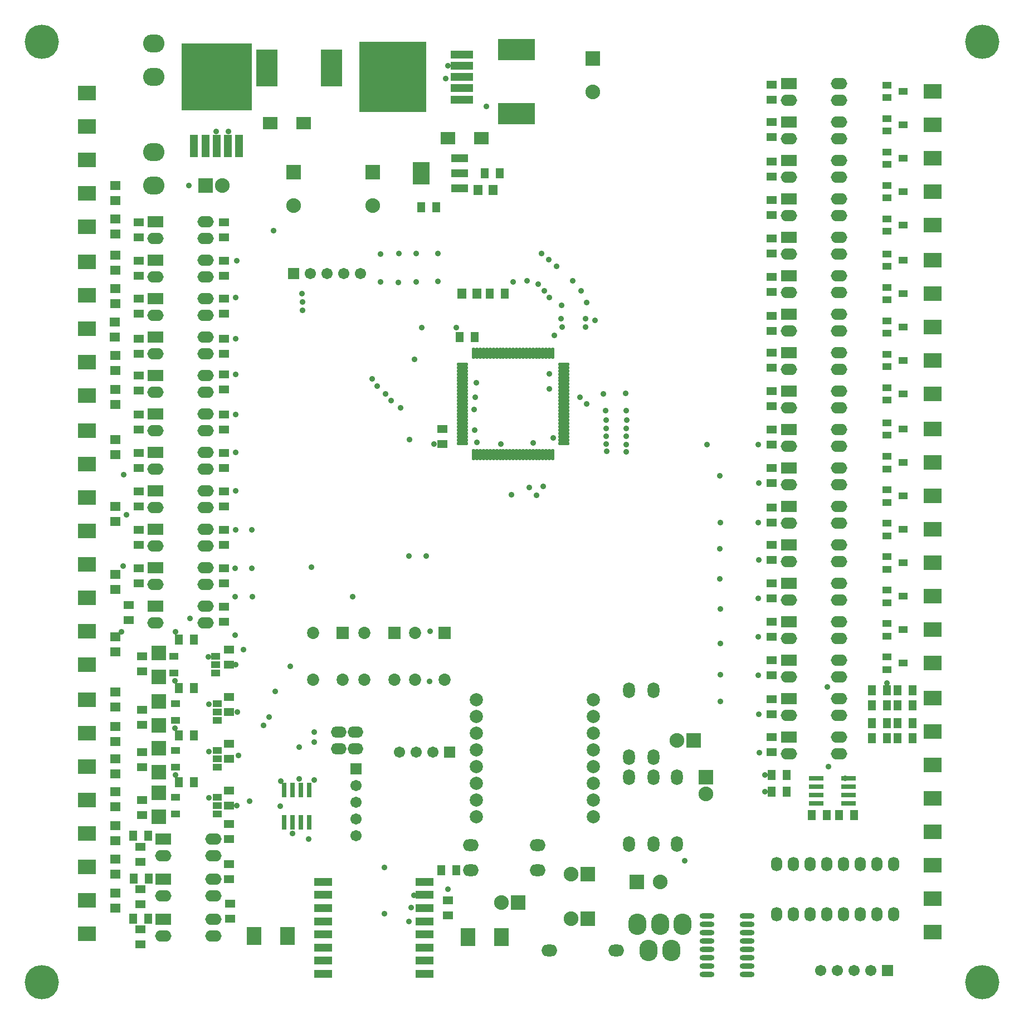
<source format=gts>
G04*
G04 #@! TF.GenerationSoftware,Altium Limited,Altium Designer,21.0.8 (223)*
G04*
G04 Layer_Color=8388736*
%FSTAX24Y24*%
%MOIN*%
G70*
G04*
G04 #@! TF.SameCoordinates,8A4C6F49-4F26-47D5-9FDB-2FD25450CC73*
G04*
G04*
G04 #@! TF.FilePolarity,Negative*
G04*
G01*
G75*
%ADD44R,0.0552X0.0415*%
%ADD45R,0.0474X0.0630*%
%ADD46R,0.0860X0.0300*%
%ADD47R,0.0630X0.0474*%
%ADD48R,0.0580X0.0630*%
%ADD49R,0.0907X0.0867*%
%ADD50R,0.0552X0.0395*%
G04:AMPARAMS|DCode=51|XSize=69.4mil|YSize=19mil|CornerRadius=5.4mil|HoleSize=0mil|Usage=FLASHONLY|Rotation=90.000|XOffset=0mil|YOffset=0mil|HoleType=Round|Shape=RoundedRectangle|*
%AMROUNDEDRECTD51*
21,1,0.0694,0.0083,0,0,90.0*
21,1,0.0587,0.0190,0,0,90.0*
1,1,0.0108,0.0041,0.0293*
1,1,0.0108,0.0041,-0.0293*
1,1,0.0108,-0.0041,-0.0293*
1,1,0.0108,-0.0041,0.0293*
%
%ADD51ROUNDEDRECTD51*%
G04:AMPARAMS|DCode=52|XSize=69.4mil|YSize=19mil|CornerRadius=5.4mil|HoleSize=0mil|Usage=FLASHONLY|Rotation=0.000|XOffset=0mil|YOffset=0mil|HoleType=Round|Shape=RoundedRectangle|*
%AMROUNDEDRECTD52*
21,1,0.0694,0.0083,0,0,0.0*
21,1,0.0587,0.0190,0,0,0.0*
1,1,0.0108,0.0293,-0.0041*
1,1,0.0108,-0.0293,-0.0041*
1,1,0.0108,-0.0293,0.0041*
1,1,0.0108,0.0293,0.0041*
%
%ADD52ROUNDEDRECTD52*%
%ADD53R,0.0300X0.0860*%
%ADD54R,0.0630X0.0580*%
%ADD55R,0.1104X0.0513*%
%ADD56R,0.0867X0.0749*%
%ADD57R,0.1261X0.2206*%
%ADD58R,0.1025X0.1379*%
%ADD59R,0.1025X0.0474*%
%ADD60R,0.1340X0.0493*%
%ADD61R,0.4017X0.4194*%
%ADD62R,0.2206X0.1261*%
%ADD63R,0.0493X0.1340*%
%ADD64R,0.4194X0.4017*%
%ADD65O,0.0887X0.0316*%
%ADD66O,0.0671X0.0867*%
%ADD67O,0.0671X0.0867*%
%ADD68R,0.0980X0.0680*%
%ADD69O,0.0980X0.0680*%
%ADD70R,0.0867X0.1064*%
%ADD71R,0.1064X0.0867*%
%ADD72O,0.1080X0.1280*%
%ADD73C,0.0880*%
%ADD74R,0.0880X0.0880*%
%ADD75C,0.0730*%
%ADD76R,0.0730X0.0730*%
%ADD77R,0.0880X0.0880*%
%ADD78C,0.2049*%
%ADD79O,0.0940X0.0680*%
%ADD80C,0.0789*%
%ADD81R,0.0671X0.0671*%
%ADD82C,0.0671*%
%ADD83O,0.0710X0.0946*%
%ADD84O,0.1280X0.1080*%
%ADD85O,0.0946X0.0710*%
%ADD86R,0.0671X0.0671*%
%ADD87C,0.0356*%
D44*
X055042Y06305D02*
D03*
X05406Y063422D02*
D03*
X054058Y062664D02*
D03*
X055042Y06105D02*
D03*
X05406Y061422D02*
D03*
X054058Y060664D02*
D03*
X055042Y05905D02*
D03*
X05406Y059422D02*
D03*
X054058Y058664D02*
D03*
X055042Y05705D02*
D03*
X05406Y057422D02*
D03*
X054058Y056664D02*
D03*
X055042Y05505D02*
D03*
X05406Y055422D02*
D03*
X054058Y054664D02*
D03*
X055042Y05295D02*
D03*
X05406Y053322D02*
D03*
X054058Y052564D02*
D03*
X055042Y05095D02*
D03*
X05406Y051322D02*
D03*
X054058Y050564D02*
D03*
X055042Y04895D02*
D03*
X05406Y049322D02*
D03*
X054058Y048564D02*
D03*
X055042Y04695D02*
D03*
X05406Y047322D02*
D03*
X054058Y046564D02*
D03*
X05504Y04495D02*
D03*
X054058Y045322D02*
D03*
X054056Y044564D02*
D03*
X055038Y04285D02*
D03*
X054056Y043222D02*
D03*
X054054Y042464D02*
D03*
X055042Y040834D02*
D03*
X05406Y041206D02*
D03*
X054058Y040448D02*
D03*
X055042Y038834D02*
D03*
X05406Y039206D02*
D03*
X054058Y038448D02*
D03*
X055042Y036834D02*
D03*
X05406Y037206D02*
D03*
X054058Y036448D02*
D03*
X055042Y034834D02*
D03*
X05406Y035206D02*
D03*
X054058Y034448D02*
D03*
X055042Y032834D02*
D03*
X05406Y033206D02*
D03*
X054058Y032448D02*
D03*
X05504Y030834D02*
D03*
X054058Y031206D02*
D03*
X054056Y030448D02*
D03*
X055042Y028834D02*
D03*
X05406Y029206D02*
D03*
X054058Y028448D02*
D03*
D45*
X0556Y0272D02*
D03*
X0547D02*
D03*
X05315D02*
D03*
X05405D02*
D03*
X0556Y0263D02*
D03*
X0547D02*
D03*
X05315D02*
D03*
X05405D02*
D03*
X0556Y02525D02*
D03*
X0547D02*
D03*
X05315D02*
D03*
X05405D02*
D03*
X0556Y02435D02*
D03*
X0547D02*
D03*
X05315D02*
D03*
X05405D02*
D03*
X0521Y01975D02*
D03*
X0512D02*
D03*
X04955D02*
D03*
X05045D02*
D03*
X04805Y02215D02*
D03*
X04715D02*
D03*
X04805Y02115D02*
D03*
X04715D02*
D03*
X0303Y05095D02*
D03*
X0312D02*
D03*
X0117Y0217D02*
D03*
X0126D02*
D03*
X0117Y0245D02*
D03*
X0126D02*
D03*
X0117Y02735D02*
D03*
X0126D02*
D03*
X009Y01595D02*
D03*
X0099D02*
D03*
X00895Y0185D02*
D03*
X00985D02*
D03*
X0285Y04835D02*
D03*
X0294D02*
D03*
X00895Y01355D02*
D03*
X00985D02*
D03*
X027108Y0561D02*
D03*
X026208D02*
D03*
X0309Y05815D02*
D03*
X03D02*
D03*
X0126Y03025D02*
D03*
X0117D02*
D03*
X0283Y01645D02*
D03*
X0274D02*
D03*
D46*
X05177Y02195D02*
D03*
Y02145D02*
D03*
Y02095D02*
D03*
Y02045D02*
D03*
X04983D02*
D03*
Y02095D02*
D03*
Y02145D02*
D03*
Y02195D02*
D03*
D47*
X04715Y06345D02*
D03*
Y06255D02*
D03*
Y0612D02*
D03*
Y0603D02*
D03*
Y05885D02*
D03*
Y05795D02*
D03*
Y05655D02*
D03*
Y05565D02*
D03*
Y05425D02*
D03*
Y05335D02*
D03*
Y05195D02*
D03*
Y05105D02*
D03*
Y0496D02*
D03*
Y0487D02*
D03*
Y0474D02*
D03*
Y0465D02*
D03*
Y0451D02*
D03*
Y0442D02*
D03*
Y0428D02*
D03*
Y0419D02*
D03*
Y0405D02*
D03*
Y0396D02*
D03*
Y03815D02*
D03*
Y03725D02*
D03*
Y0359D02*
D03*
Y035D02*
D03*
Y0336D02*
D03*
Y0327D02*
D03*
Y0313D02*
D03*
Y0304D02*
D03*
Y029D02*
D03*
Y0281D02*
D03*
Y026684D02*
D03*
Y025784D02*
D03*
Y0244D02*
D03*
Y0235D02*
D03*
X0094Y0153D02*
D03*
Y0144D02*
D03*
Y01785D02*
D03*
Y01695D02*
D03*
X0095Y02065D02*
D03*
Y01975D02*
D03*
Y0235D02*
D03*
Y0226D02*
D03*
Y028345D02*
D03*
Y029245D02*
D03*
X0093Y0368D02*
D03*
Y0359D02*
D03*
Y0391D02*
D03*
Y0382D02*
D03*
Y0414D02*
D03*
Y0405D02*
D03*
Y0437D02*
D03*
Y0428D02*
D03*
Y04605D02*
D03*
Y04515D02*
D03*
Y04825D02*
D03*
Y04735D02*
D03*
X02745Y04195D02*
D03*
Y04285D02*
D03*
X0093Y0543D02*
D03*
Y0552D02*
D03*
Y052D02*
D03*
Y0529D02*
D03*
Y05065D02*
D03*
Y04975D02*
D03*
Y0345D02*
D03*
Y0336D02*
D03*
X0094Y0129D02*
D03*
Y012D02*
D03*
X0095Y02605D02*
D03*
Y02515D02*
D03*
X0087Y0314D02*
D03*
Y0323D02*
D03*
X0147Y0159D02*
D03*
Y0168D02*
D03*
X01475Y01355D02*
D03*
Y01445D02*
D03*
X0147Y0183D02*
D03*
Y0192D02*
D03*
Y0203D02*
D03*
Y0212D02*
D03*
X0144Y0414D02*
D03*
Y0405D02*
D03*
Y0543D02*
D03*
Y0552D02*
D03*
Y04825D02*
D03*
Y04735D02*
D03*
Y05065D02*
D03*
Y04975D02*
D03*
Y0461D02*
D03*
Y0452D02*
D03*
Y0437D02*
D03*
Y0428D02*
D03*
Y0529D02*
D03*
Y052D02*
D03*
X0147Y0259D02*
D03*
Y0268D02*
D03*
X0144Y0345D02*
D03*
Y0336D02*
D03*
Y0322D02*
D03*
Y0313D02*
D03*
Y0391D02*
D03*
Y0382D02*
D03*
Y0368D02*
D03*
Y0359D02*
D03*
X0147Y028745D02*
D03*
Y029645D02*
D03*
Y0231D02*
D03*
Y024D02*
D03*
X0278Y01465D02*
D03*
Y01375D02*
D03*
D48*
X029535Y05095D02*
D03*
X028635D02*
D03*
X0305Y05715D02*
D03*
X0296D02*
D03*
D49*
X01048Y029432D02*
D03*
Y02801D02*
D03*
Y023732D02*
D03*
Y02231D02*
D03*
Y021082D02*
D03*
Y01966D02*
D03*
Y026532D02*
D03*
Y02511D02*
D03*
D50*
X0139Y028245D02*
D03*
Y028745D02*
D03*
Y029245D02*
D03*
X0114Y028245D02*
D03*
Y029245D02*
D03*
X01399Y0254D02*
D03*
Y0259D02*
D03*
Y0264D02*
D03*
X01149Y0254D02*
D03*
Y0264D02*
D03*
X01399Y0226D02*
D03*
Y0231D02*
D03*
Y0236D02*
D03*
X01149Y0226D02*
D03*
Y0236D02*
D03*
X01399Y0198D02*
D03*
Y0203D02*
D03*
Y0208D02*
D03*
X01149Y0198D02*
D03*
Y0208D02*
D03*
D51*
X029338Y041326D02*
D03*
X029535D02*
D03*
X029732D02*
D03*
X029928D02*
D03*
X030125D02*
D03*
X030322D02*
D03*
X030519D02*
D03*
X030716D02*
D03*
X030913D02*
D03*
X031109D02*
D03*
X031306D02*
D03*
X031503D02*
D03*
X0317D02*
D03*
X031897D02*
D03*
X032094D02*
D03*
X032291D02*
D03*
X032487D02*
D03*
X032684D02*
D03*
X032881D02*
D03*
X033078D02*
D03*
X033275D02*
D03*
X033472D02*
D03*
X033668D02*
D03*
X033865D02*
D03*
X034062D02*
D03*
Y047374D02*
D03*
X033865D02*
D03*
X033668D02*
D03*
X033472D02*
D03*
X033275D02*
D03*
X033078D02*
D03*
X032881D02*
D03*
X032684D02*
D03*
X032487D02*
D03*
X032291D02*
D03*
X032094D02*
D03*
X031897D02*
D03*
X0317D02*
D03*
X031503D02*
D03*
X031306D02*
D03*
X031109D02*
D03*
X030913D02*
D03*
X030716D02*
D03*
X030519D02*
D03*
X030322D02*
D03*
X030125D02*
D03*
X029928D02*
D03*
X029732D02*
D03*
X029535D02*
D03*
X029338D02*
D03*
D52*
X028676Y046712D02*
D03*
Y046515D02*
D03*
Y046318D02*
D03*
Y046122D02*
D03*
Y045925D02*
D03*
Y045728D02*
D03*
Y045531D02*
D03*
Y045334D02*
D03*
Y045137D02*
D03*
Y044941D02*
D03*
Y044744D02*
D03*
Y044547D02*
D03*
Y04435D02*
D03*
Y044153D02*
D03*
Y043956D02*
D03*
Y043759D02*
D03*
Y043563D02*
D03*
Y043366D02*
D03*
Y043169D02*
D03*
Y042972D02*
D03*
Y042775D02*
D03*
Y042578D02*
D03*
Y042382D02*
D03*
Y042185D02*
D03*
Y041988D02*
D03*
X034724D02*
D03*
Y042185D02*
D03*
Y042382D02*
D03*
Y042578D02*
D03*
Y042775D02*
D03*
Y042972D02*
D03*
Y043169D02*
D03*
Y043366D02*
D03*
Y043563D02*
D03*
Y043759D02*
D03*
Y043956D02*
D03*
Y044153D02*
D03*
Y04435D02*
D03*
Y044547D02*
D03*
Y044744D02*
D03*
Y044941D02*
D03*
Y045137D02*
D03*
Y045334D02*
D03*
Y045531D02*
D03*
Y045728D02*
D03*
Y045925D02*
D03*
Y046122D02*
D03*
Y046318D02*
D03*
Y046515D02*
D03*
Y046712D02*
D03*
D53*
X0195Y01931D02*
D03*
X019D02*
D03*
X0185D02*
D03*
X018D02*
D03*
Y02125D02*
D03*
X0185D02*
D03*
X019D02*
D03*
X0195D02*
D03*
D54*
X0079Y0443D02*
D03*
Y0452D02*
D03*
Y0413D02*
D03*
Y0422D02*
D03*
Y0373D02*
D03*
Y0382D02*
D03*
Y03325D02*
D03*
Y03415D02*
D03*
Y0295D02*
D03*
Y0304D02*
D03*
Y0162D02*
D03*
Y0171D02*
D03*
Y0182D02*
D03*
Y0191D02*
D03*
Y02025D02*
D03*
Y02115D02*
D03*
Y0222D02*
D03*
Y0231D02*
D03*
Y02415D02*
D03*
Y02505D02*
D03*
Y0271D02*
D03*
Y0262D02*
D03*
Y04635D02*
D03*
Y04725D02*
D03*
X00785Y04835D02*
D03*
Y04925D02*
D03*
X0079Y015065D02*
D03*
Y014165D02*
D03*
Y0565D02*
D03*
Y0574D02*
D03*
Y0545D02*
D03*
Y0554D02*
D03*
Y05035D02*
D03*
Y05125D02*
D03*
Y05235D02*
D03*
Y05325D02*
D03*
D55*
X020319Y010244D02*
D03*
Y011032D02*
D03*
Y011819D02*
D03*
Y012606D02*
D03*
Y013394D02*
D03*
Y014181D02*
D03*
Y014969D02*
D03*
Y015756D02*
D03*
X026381D02*
D03*
Y014969D02*
D03*
Y014181D02*
D03*
Y013394D02*
D03*
Y012606D02*
D03*
Y011819D02*
D03*
Y011032D02*
D03*
Y010244D02*
D03*
D56*
X017148Y06115D02*
D03*
X019152D02*
D03*
X027798Y06025D02*
D03*
X029802D02*
D03*
D57*
X016971Y06445D02*
D03*
X020829D02*
D03*
D58*
X026208Y05815D02*
D03*
D59*
X028492Y059056D02*
D03*
Y05815D02*
D03*
Y057244D02*
D03*
D60*
X028612Y065239D02*
D03*
Y064569D02*
D03*
Y0639D02*
D03*
Y063231D02*
D03*
Y062561D02*
D03*
D61*
X024478Y0639D02*
D03*
D62*
X0319Y065558D02*
D03*
Y0617D02*
D03*
D63*
X015289Y059766D02*
D03*
X014619D02*
D03*
X01395D02*
D03*
X013281D02*
D03*
X012611D02*
D03*
D64*
X01395Y0639D02*
D03*
D65*
X043289Y0137D02*
D03*
Y0132D02*
D03*
Y0127D02*
D03*
Y0122D02*
D03*
Y0117D02*
D03*
Y0112D02*
D03*
Y0107D02*
D03*
Y0102D02*
D03*
X045711Y0137D02*
D03*
Y0132D02*
D03*
Y0127D02*
D03*
Y0122D02*
D03*
Y0117D02*
D03*
Y0112D02*
D03*
Y0107D02*
D03*
Y0102D02*
D03*
D66*
X047447Y013799D02*
D03*
D67*
X048447D02*
D03*
X049447D02*
D03*
X050447D02*
D03*
X051447D02*
D03*
X052447D02*
D03*
X053447D02*
D03*
X054447D02*
D03*
Y016799D02*
D03*
X053447D02*
D03*
X052447D02*
D03*
X051447D02*
D03*
X050447D02*
D03*
X049447D02*
D03*
X048447D02*
D03*
X047447D02*
D03*
D68*
X0482Y0244D02*
D03*
Y0267D02*
D03*
Y029D02*
D03*
Y0313D02*
D03*
Y0336D02*
D03*
Y0359D02*
D03*
Y0382D02*
D03*
Y0428D02*
D03*
Y0451D02*
D03*
Y0474D02*
D03*
Y0497D02*
D03*
Y052D02*
D03*
Y0543D02*
D03*
Y0566D02*
D03*
Y0589D02*
D03*
Y0612D02*
D03*
Y0635D02*
D03*
X0103Y05525D02*
D03*
Y05295D02*
D03*
Y05065D02*
D03*
Y04835D02*
D03*
Y04605D02*
D03*
Y04375D02*
D03*
Y04145D02*
D03*
Y03915D02*
D03*
Y03685D02*
D03*
Y03455D02*
D03*
Y03225D02*
D03*
X01075Y0159D02*
D03*
X01075Y0183D02*
D03*
Y013525D02*
D03*
X0482Y0405D02*
D03*
D69*
Y0234D02*
D03*
X0512D02*
D03*
Y0244D02*
D03*
X0482Y0257D02*
D03*
X0512D02*
D03*
Y0267D02*
D03*
X0482Y028D02*
D03*
X0512D02*
D03*
Y029D02*
D03*
X0482Y0303D02*
D03*
X0512D02*
D03*
Y0313D02*
D03*
X0482Y0326D02*
D03*
X0512D02*
D03*
Y0336D02*
D03*
X0482Y0349D02*
D03*
X0512D02*
D03*
Y0359D02*
D03*
X0482Y0372D02*
D03*
X0512D02*
D03*
Y0382D02*
D03*
X0482Y0418D02*
D03*
X0512D02*
D03*
Y0428D02*
D03*
X0482Y0441D02*
D03*
X0512D02*
D03*
Y0451D02*
D03*
X0482Y0464D02*
D03*
X0512D02*
D03*
Y0474D02*
D03*
X0482Y0487D02*
D03*
X0512D02*
D03*
Y0497D02*
D03*
X0482Y051D02*
D03*
X0512D02*
D03*
Y052D02*
D03*
X0482Y0533D02*
D03*
X0512D02*
D03*
Y0543D02*
D03*
X0482Y0556D02*
D03*
X0512D02*
D03*
Y0566D02*
D03*
X0482Y0579D02*
D03*
X0512D02*
D03*
Y0589D02*
D03*
X0482Y0602D02*
D03*
X0512D02*
D03*
Y0612D02*
D03*
X0482Y0625D02*
D03*
X0512D02*
D03*
Y0635D02*
D03*
X0133Y05525D02*
D03*
Y05425D02*
D03*
X0103D02*
D03*
Y05195D02*
D03*
X0133D02*
D03*
Y05295D02*
D03*
X0103Y04965D02*
D03*
X0133D02*
D03*
Y05065D02*
D03*
X0103Y04735D02*
D03*
X0133D02*
D03*
Y04835D02*
D03*
X0103Y04505D02*
D03*
X0133D02*
D03*
Y04605D02*
D03*
X0103Y04275D02*
D03*
X0133D02*
D03*
Y04375D02*
D03*
X0103Y04045D02*
D03*
X0133D02*
D03*
Y04145D02*
D03*
Y03915D02*
D03*
Y03815D02*
D03*
X0103D02*
D03*
Y03585D02*
D03*
X0133D02*
D03*
Y03685D02*
D03*
X0103Y03355D02*
D03*
X0133D02*
D03*
Y03455D02*
D03*
Y03225D02*
D03*
Y03125D02*
D03*
X0103D02*
D03*
X01075Y0149D02*
D03*
X01375D02*
D03*
Y0159D02*
D03*
X01075Y0173D02*
D03*
X01375D02*
D03*
Y0183D02*
D03*
X01075Y012525D02*
D03*
X01375D02*
D03*
Y013525D02*
D03*
X0512Y0405D02*
D03*
Y0395D02*
D03*
X0482D02*
D03*
D70*
X031Y01245D02*
D03*
X029D02*
D03*
X0182Y0125D02*
D03*
X0162D02*
D03*
D71*
X0062Y05085D02*
D03*
Y04885D02*
D03*
Y04485D02*
D03*
Y04685D02*
D03*
Y05285D02*
D03*
Y03475D02*
D03*
Y03275D02*
D03*
Y02875D02*
D03*
Y03075D02*
D03*
Y03875D02*
D03*
Y03675D02*
D03*
Y04075D02*
D03*
Y04275D02*
D03*
Y01865D02*
D03*
Y01665D02*
D03*
Y01265D02*
D03*
Y01465D02*
D03*
Y02265D02*
D03*
Y02065D02*
D03*
Y02465D02*
D03*
Y02665D02*
D03*
X0568Y05505D02*
D03*
Y06105D02*
D03*
Y06305D02*
D03*
Y05905D02*
D03*
Y05705D02*
D03*
Y012734D02*
D03*
Y014734D02*
D03*
Y018734D02*
D03*
Y016734D02*
D03*
Y024734D02*
D03*
Y026734D02*
D03*
Y022734D02*
D03*
Y020734D02*
D03*
Y028834D02*
D03*
Y030834D02*
D03*
Y034834D02*
D03*
Y032834D02*
D03*
Y040834D02*
D03*
Y042834D02*
D03*
Y038834D02*
D03*
Y036834D02*
D03*
Y04495D02*
D03*
Y05095D02*
D03*
Y05295D02*
D03*
Y04895D02*
D03*
Y04695D02*
D03*
X0062Y06295D02*
D03*
Y05695D02*
D03*
Y05495D02*
D03*
Y05895D02*
D03*
Y06095D02*
D03*
D72*
X039811Y01165D02*
D03*
X04115D02*
D03*
X039142Y013225D02*
D03*
X040481D02*
D03*
X041819D02*
D03*
D73*
X03515Y0162D02*
D03*
X01855Y0562D02*
D03*
X0233D02*
D03*
X03645Y063D02*
D03*
X0143Y0574D02*
D03*
X041489Y0242D02*
D03*
X031Y0145D02*
D03*
X043239Y021D02*
D03*
X040481Y01575D02*
D03*
X03515Y01355D02*
D03*
D74*
X03615Y0162D02*
D03*
X0133Y0574D02*
D03*
X042489Y0242D02*
D03*
X032Y0145D02*
D03*
X039081Y01575D02*
D03*
X03615Y01355D02*
D03*
D75*
X02582Y02785D02*
D03*
X0276D02*
D03*
X02582Y03065D02*
D03*
X01972D02*
D03*
X0215Y02785D02*
D03*
X01972D02*
D03*
X02281Y03065D02*
D03*
X02459Y02785D02*
D03*
X02281D02*
D03*
D76*
X0276Y03065D02*
D03*
X0215D02*
D03*
X02459D02*
D03*
D77*
X01855Y0582D02*
D03*
X0233D02*
D03*
X03645Y065D02*
D03*
X043239Y022D02*
D03*
D78*
X059777Y009728D02*
D03*
Y066027D02*
D03*
X003478D02*
D03*
Y009728D02*
D03*
D79*
X02225Y0237D02*
D03*
Y0247D02*
D03*
X02125Y0237D02*
D03*
Y0247D02*
D03*
D80*
X0295Y01965D02*
D03*
Y02065D02*
D03*
Y02165D02*
D03*
Y02265D02*
D03*
Y02365D02*
D03*
Y02465D02*
D03*
Y02565D02*
D03*
Y02665D02*
D03*
X0365D02*
D03*
Y02565D02*
D03*
Y02465D02*
D03*
Y02365D02*
D03*
Y02265D02*
D03*
Y02165D02*
D03*
Y02065D02*
D03*
Y01965D02*
D03*
D81*
X0541Y01045D02*
D03*
X01855Y05215D02*
D03*
X0279Y0235D02*
D03*
D82*
X0531Y01045D02*
D03*
X0521D02*
D03*
X0511D02*
D03*
X0501D02*
D03*
X02255Y05215D02*
D03*
X02155D02*
D03*
X02055D02*
D03*
X01955D02*
D03*
X0269Y0235D02*
D03*
X0259D02*
D03*
X0249D02*
D03*
X0223Y0185D02*
D03*
Y0195D02*
D03*
Y0205D02*
D03*
Y0215D02*
D03*
D83*
X038639Y0272D02*
D03*
Y0232D02*
D03*
X040089Y0272D02*
D03*
Y0232D02*
D03*
X041489Y022D02*
D03*
Y018D02*
D03*
X038639D02*
D03*
Y022D02*
D03*
X040089Y018D02*
D03*
Y022D02*
D03*
D84*
X0102Y0659D02*
D03*
Y0574D02*
D03*
Y0594D02*
D03*
Y0639D02*
D03*
D85*
X02915Y01645D02*
D03*
X03315D02*
D03*
X03385Y01165D02*
D03*
X03785D02*
D03*
X03315Y01795D02*
D03*
X02915D02*
D03*
D86*
X0223Y0225D02*
D03*
D87*
X00835Y03465D02*
D03*
X027188Y051666D02*
D03*
X0272Y05335D02*
D03*
X025902Y05165D02*
D03*
X0259Y05335D02*
D03*
X024836Y051616D02*
D03*
X02485Y05335D02*
D03*
X02375Y05165D02*
D03*
Y0533D02*
D03*
X04675Y02115D02*
D03*
X0357Y04475D02*
D03*
X04675Y02215D02*
D03*
X036087Y044343D02*
D03*
X01515Y0203D02*
D03*
X015936Y020594D02*
D03*
X0255Y0422D02*
D03*
X0258Y047D02*
D03*
X01525Y0233D02*
D03*
X0171Y0256D02*
D03*
X0152Y0259D02*
D03*
X01675Y0251D02*
D03*
X015096Y028746D02*
D03*
X0316Y0389D02*
D03*
X02545Y03525D02*
D03*
X01505Y0305D02*
D03*
X0221Y0328D02*
D03*
X01505D02*
D03*
X0161D02*
D03*
X01505Y0345D02*
D03*
X016046Y034519D02*
D03*
X0151Y0368D02*
D03*
X016052Y036801D02*
D03*
X0151Y03915D02*
D03*
X02495Y0441D02*
D03*
X0151Y04145D02*
D03*
X0244Y04455D02*
D03*
X0151Y0437D02*
D03*
X02405Y04495D02*
D03*
X0151Y0461D02*
D03*
X02355Y0454D02*
D03*
X02325Y04585D02*
D03*
X0151Y04825D02*
D03*
Y0507D02*
D03*
X0191Y04995D02*
D03*
X01515Y0529D02*
D03*
X0191Y05045D02*
D03*
X01735Y0547D02*
D03*
X01905Y05095D02*
D03*
X03455Y04945D02*
D03*
X036014Y049444D02*
D03*
X034586Y050228D02*
D03*
X0361Y0504D02*
D03*
X03415Y04845D02*
D03*
X0366Y04935D02*
D03*
X034614Y048929D02*
D03*
X036025Y048947D02*
D03*
X01778Y02178D02*
D03*
X0335Y0394D02*
D03*
X0198Y02185D02*
D03*
X033095Y038875D02*
D03*
X01745Y02715D02*
D03*
X0198Y0247D02*
D03*
X01835Y02865D02*
D03*
X0198Y0241D02*
D03*
X024Y01385D02*
D03*
Y0166D02*
D03*
X033824Y052975D02*
D03*
X032517Y051702D02*
D03*
X0317Y05165D02*
D03*
X033405Y05335D02*
D03*
X038472Y042412D02*
D03*
X046345Y028127D02*
D03*
X044091Y030016D02*
D03*
X037274Y042399D02*
D03*
X038468Y042879D02*
D03*
X04635Y0304D02*
D03*
X044105Y03208D02*
D03*
X037269Y042888D02*
D03*
X038489Y043378D02*
D03*
X044048Y033872D02*
D03*
X04635Y0327D02*
D03*
X037251Y043387D02*
D03*
X038455Y04395D02*
D03*
X0464Y035D02*
D03*
X04407Y035681D02*
D03*
X037225Y043939D02*
D03*
X0441Y03725D02*
D03*
X04635D02*
D03*
X037109Y04495D02*
D03*
X038442Y044969D02*
D03*
X0464Y0396D02*
D03*
X04405Y04005D02*
D03*
X04195Y017D02*
D03*
X04644Y023474D02*
D03*
X044093Y026535D02*
D03*
X038463Y041487D02*
D03*
X03728Y041507D02*
D03*
X019622Y034574D02*
D03*
X0265Y03525D02*
D03*
X043294Y041902D02*
D03*
X04635Y0419D02*
D03*
X033864Y0507D02*
D03*
X03575Y0511D02*
D03*
X03355D02*
D03*
X03525Y0517D02*
D03*
X0332Y0515D02*
D03*
X034298Y052574D02*
D03*
X038455Y041927D02*
D03*
X046399Y025793D02*
D03*
X044096Y028143D02*
D03*
X037274Y041949D02*
D03*
X0189Y021908D02*
D03*
Y0238D02*
D03*
X03265Y03935D02*
D03*
X025463Y013382D02*
D03*
X02575Y01495D02*
D03*
X0256Y0142D02*
D03*
X05055Y02265D02*
D03*
X0531Y0264D02*
D03*
X05405Y02765D02*
D03*
X0505Y027425D02*
D03*
X01945Y0183D02*
D03*
X0185Y01865D02*
D03*
X00825Y030725D02*
D03*
X00855Y0377D02*
D03*
X0084Y0401D02*
D03*
X029535Y042035D02*
D03*
X013924Y060635D02*
D03*
X02935Y044D02*
D03*
X0295Y0456D02*
D03*
X02765Y0638D02*
D03*
X0329Y042D02*
D03*
X03385Y04525D02*
D03*
X0123Y0574D02*
D03*
X011481Y030719D02*
D03*
X011458Y027792D02*
D03*
Y024942D02*
D03*
X0115Y022134D02*
D03*
X014647Y060657D02*
D03*
X0301Y06215D02*
D03*
X05155Y02195D02*
D03*
X013482Y020777D02*
D03*
X0135Y02355D02*
D03*
X017775Y020275D02*
D03*
X01235Y0315D02*
D03*
X01345Y0292D02*
D03*
X013479Y026386D02*
D03*
X027781Y064569D02*
D03*
X01555Y02965D02*
D03*
X026234Y048902D02*
D03*
X0278Y0153D02*
D03*
X0267Y02775D02*
D03*
X026718Y030728D02*
D03*
X026961Y04195D02*
D03*
X03095D02*
D03*
X029388Y042788D02*
D03*
X0341Y0423D02*
D03*
X029427Y044741D02*
D03*
X028298Y048902D02*
D03*
X03385Y04615D02*
D03*
M02*

</source>
